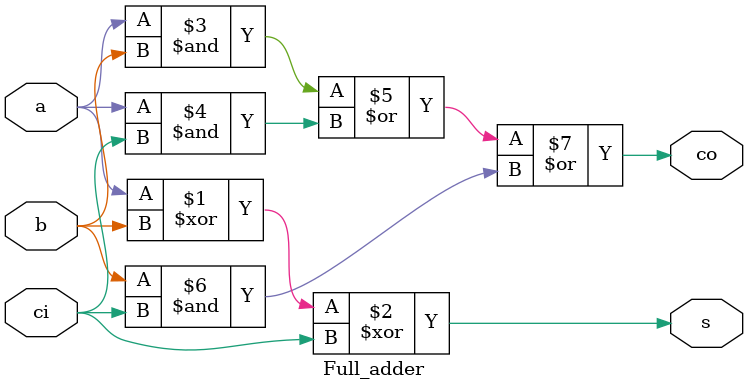
<source format=v>
module Full_adder(
    input a,
    input b,
    input ci,
    output s,
    output co
    );
    
    assign s = a ^ b ^ ci;
    assign co = (a & b) | (a & ci) | (b & ci);
    
    //delay 
    //assign #10 s = a + b + ci;
    //assign #10 co = a&b + a&ci + b&ci;
endmodule

</source>
